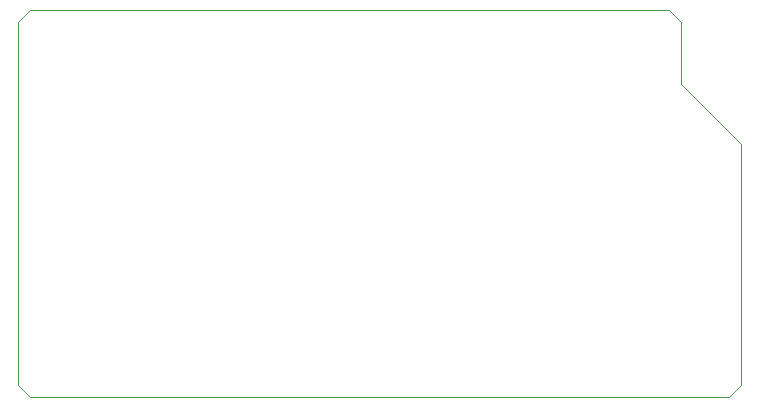
<source format=gbr>
G04 #@! TF.GenerationSoftware,KiCad,Pcbnew,(6.0.4)*
G04 #@! TF.CreationDate,2022-07-13T22:26:53+02:00*
G04 #@! TF.ProjectId,n64rgbv2.1,6e363472-6762-4763-922e-312e6b696361,rev?*
G04 #@! TF.SameCoordinates,Original*
G04 #@! TF.FileFunction,Profile,NP*
%FSLAX46Y46*%
G04 Gerber Fmt 4.6, Leading zero omitted, Abs format (unit mm)*
G04 Created by KiCad (PCBNEW (6.0.4)) date 2022-07-13 22:26:53*
%MOMM*%
%LPD*%
G01*
G04 APERTURE LIST*
G04 #@! TA.AperFunction,Profile*
%ADD10C,0.050000*%
G04 #@! TD*
G04 APERTURE END LIST*
D10*
X169799000Y-89154000D02*
X169799000Y-94361000D01*
X114681000Y-88138000D02*
X168783000Y-88138000D01*
X173863000Y-120904000D02*
X114681000Y-120904000D01*
X114681000Y-88138000D02*
X113665000Y-89154000D01*
X169799000Y-94361000D02*
X174879000Y-99441000D01*
X113665000Y-119888000D02*
X113665000Y-89154000D01*
X174879000Y-99441000D02*
X174879000Y-119888000D01*
X169799000Y-89154000D02*
X168783000Y-88138000D01*
X173863000Y-120904000D02*
X174879000Y-119888000D01*
X113665000Y-119888000D02*
X114681000Y-120904000D01*
M02*

</source>
